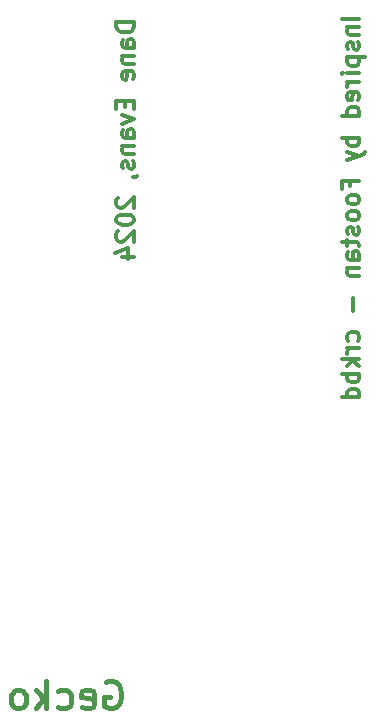
<source format=gbr>
%TF.GenerationSoftware,KiCad,Pcbnew,8.0.3*%
%TF.CreationDate,2024-09-02T20:30:28+10:00*%
%TF.ProjectId,Top_plate,546f705f-706c-4617-9465-2e6b69636164,rev?*%
%TF.SameCoordinates,Original*%
%TF.FileFunction,Legend,Bot*%
%TF.FilePolarity,Positive*%
%FSLAX46Y46*%
G04 Gerber Fmt 4.6, Leading zero omitted, Abs format (unit mm)*
G04 Created by KiCad (PCBNEW 8.0.3) date 2024-09-02 20:30:28*
%MOMM*%
%LPD*%
G01*
G04 APERTURE LIST*
%ADD10C,0.300000*%
%ADD11C,0.400000*%
G04 APERTURE END LIST*
D10*
X134640828Y-51914510D02*
X133140828Y-51914510D01*
X133140828Y-51914510D02*
X133140828Y-52271653D01*
X133140828Y-52271653D02*
X133212257Y-52485939D01*
X133212257Y-52485939D02*
X133355114Y-52628796D01*
X133355114Y-52628796D02*
X133497971Y-52700225D01*
X133497971Y-52700225D02*
X133783685Y-52771653D01*
X133783685Y-52771653D02*
X133997971Y-52771653D01*
X133997971Y-52771653D02*
X134283685Y-52700225D01*
X134283685Y-52700225D02*
X134426542Y-52628796D01*
X134426542Y-52628796D02*
X134569400Y-52485939D01*
X134569400Y-52485939D02*
X134640828Y-52271653D01*
X134640828Y-52271653D02*
X134640828Y-51914510D01*
X134640828Y-54057368D02*
X133855114Y-54057368D01*
X133855114Y-54057368D02*
X133712257Y-53985939D01*
X133712257Y-53985939D02*
X133640828Y-53843082D01*
X133640828Y-53843082D02*
X133640828Y-53557368D01*
X133640828Y-53557368D02*
X133712257Y-53414510D01*
X134569400Y-54057368D02*
X134640828Y-53914510D01*
X134640828Y-53914510D02*
X134640828Y-53557368D01*
X134640828Y-53557368D02*
X134569400Y-53414510D01*
X134569400Y-53414510D02*
X134426542Y-53343082D01*
X134426542Y-53343082D02*
X134283685Y-53343082D01*
X134283685Y-53343082D02*
X134140828Y-53414510D01*
X134140828Y-53414510D02*
X134069400Y-53557368D01*
X134069400Y-53557368D02*
X134069400Y-53914510D01*
X134069400Y-53914510D02*
X133997971Y-54057368D01*
X133640828Y-54771653D02*
X134640828Y-54771653D01*
X133783685Y-54771653D02*
X133712257Y-54843082D01*
X133712257Y-54843082D02*
X133640828Y-54985939D01*
X133640828Y-54985939D02*
X133640828Y-55200225D01*
X133640828Y-55200225D02*
X133712257Y-55343082D01*
X133712257Y-55343082D02*
X133855114Y-55414511D01*
X133855114Y-55414511D02*
X134640828Y-55414511D01*
X134569400Y-56700225D02*
X134640828Y-56557368D01*
X134640828Y-56557368D02*
X134640828Y-56271654D01*
X134640828Y-56271654D02*
X134569400Y-56128796D01*
X134569400Y-56128796D02*
X134426542Y-56057368D01*
X134426542Y-56057368D02*
X133855114Y-56057368D01*
X133855114Y-56057368D02*
X133712257Y-56128796D01*
X133712257Y-56128796D02*
X133640828Y-56271654D01*
X133640828Y-56271654D02*
X133640828Y-56557368D01*
X133640828Y-56557368D02*
X133712257Y-56700225D01*
X133712257Y-56700225D02*
X133855114Y-56771654D01*
X133855114Y-56771654D02*
X133997971Y-56771654D01*
X133997971Y-56771654D02*
X134140828Y-56057368D01*
X133855114Y-58557367D02*
X133855114Y-59057367D01*
X134640828Y-59271653D02*
X134640828Y-58557367D01*
X134640828Y-58557367D02*
X133140828Y-58557367D01*
X133140828Y-58557367D02*
X133140828Y-59271653D01*
X133640828Y-59771653D02*
X134640828Y-60128796D01*
X134640828Y-60128796D02*
X133640828Y-60485939D01*
X134640828Y-61700225D02*
X133855114Y-61700225D01*
X133855114Y-61700225D02*
X133712257Y-61628796D01*
X133712257Y-61628796D02*
X133640828Y-61485939D01*
X133640828Y-61485939D02*
X133640828Y-61200225D01*
X133640828Y-61200225D02*
X133712257Y-61057367D01*
X134569400Y-61700225D02*
X134640828Y-61557367D01*
X134640828Y-61557367D02*
X134640828Y-61200225D01*
X134640828Y-61200225D02*
X134569400Y-61057367D01*
X134569400Y-61057367D02*
X134426542Y-60985939D01*
X134426542Y-60985939D02*
X134283685Y-60985939D01*
X134283685Y-60985939D02*
X134140828Y-61057367D01*
X134140828Y-61057367D02*
X134069400Y-61200225D01*
X134069400Y-61200225D02*
X134069400Y-61557367D01*
X134069400Y-61557367D02*
X133997971Y-61700225D01*
X133640828Y-62414510D02*
X134640828Y-62414510D01*
X133783685Y-62414510D02*
X133712257Y-62485939D01*
X133712257Y-62485939D02*
X133640828Y-62628796D01*
X133640828Y-62628796D02*
X133640828Y-62843082D01*
X133640828Y-62843082D02*
X133712257Y-62985939D01*
X133712257Y-62985939D02*
X133855114Y-63057368D01*
X133855114Y-63057368D02*
X134640828Y-63057368D01*
X134569400Y-63700225D02*
X134640828Y-63843082D01*
X134640828Y-63843082D02*
X134640828Y-64128796D01*
X134640828Y-64128796D02*
X134569400Y-64271653D01*
X134569400Y-64271653D02*
X134426542Y-64343082D01*
X134426542Y-64343082D02*
X134355114Y-64343082D01*
X134355114Y-64343082D02*
X134212257Y-64271653D01*
X134212257Y-64271653D02*
X134140828Y-64128796D01*
X134140828Y-64128796D02*
X134140828Y-63914511D01*
X134140828Y-63914511D02*
X134069400Y-63771653D01*
X134069400Y-63771653D02*
X133926542Y-63700225D01*
X133926542Y-63700225D02*
X133855114Y-63700225D01*
X133855114Y-63700225D02*
X133712257Y-63771653D01*
X133712257Y-63771653D02*
X133640828Y-63914511D01*
X133640828Y-63914511D02*
X133640828Y-64128796D01*
X133640828Y-64128796D02*
X133712257Y-64271653D01*
X134569400Y-65057368D02*
X134640828Y-65057368D01*
X134640828Y-65057368D02*
X134783685Y-64985939D01*
X134783685Y-64985939D02*
X134855114Y-64914511D01*
X133283685Y-66771654D02*
X133212257Y-66843082D01*
X133212257Y-66843082D02*
X133140828Y-66985940D01*
X133140828Y-66985940D02*
X133140828Y-67343082D01*
X133140828Y-67343082D02*
X133212257Y-67485940D01*
X133212257Y-67485940D02*
X133283685Y-67557368D01*
X133283685Y-67557368D02*
X133426542Y-67628797D01*
X133426542Y-67628797D02*
X133569400Y-67628797D01*
X133569400Y-67628797D02*
X133783685Y-67557368D01*
X133783685Y-67557368D02*
X134640828Y-66700225D01*
X134640828Y-66700225D02*
X134640828Y-67628797D01*
X133140828Y-68557368D02*
X133140828Y-68700225D01*
X133140828Y-68700225D02*
X133212257Y-68843082D01*
X133212257Y-68843082D02*
X133283685Y-68914511D01*
X133283685Y-68914511D02*
X133426542Y-68985939D01*
X133426542Y-68985939D02*
X133712257Y-69057368D01*
X133712257Y-69057368D02*
X134069400Y-69057368D01*
X134069400Y-69057368D02*
X134355114Y-68985939D01*
X134355114Y-68985939D02*
X134497971Y-68914511D01*
X134497971Y-68914511D02*
X134569400Y-68843082D01*
X134569400Y-68843082D02*
X134640828Y-68700225D01*
X134640828Y-68700225D02*
X134640828Y-68557368D01*
X134640828Y-68557368D02*
X134569400Y-68414511D01*
X134569400Y-68414511D02*
X134497971Y-68343082D01*
X134497971Y-68343082D02*
X134355114Y-68271653D01*
X134355114Y-68271653D02*
X134069400Y-68200225D01*
X134069400Y-68200225D02*
X133712257Y-68200225D01*
X133712257Y-68200225D02*
X133426542Y-68271653D01*
X133426542Y-68271653D02*
X133283685Y-68343082D01*
X133283685Y-68343082D02*
X133212257Y-68414511D01*
X133212257Y-68414511D02*
X133140828Y-68557368D01*
X133283685Y-69628796D02*
X133212257Y-69700224D01*
X133212257Y-69700224D02*
X133140828Y-69843082D01*
X133140828Y-69843082D02*
X133140828Y-70200224D01*
X133140828Y-70200224D02*
X133212257Y-70343082D01*
X133212257Y-70343082D02*
X133283685Y-70414510D01*
X133283685Y-70414510D02*
X133426542Y-70485939D01*
X133426542Y-70485939D02*
X133569400Y-70485939D01*
X133569400Y-70485939D02*
X133783685Y-70414510D01*
X133783685Y-70414510D02*
X134640828Y-69557367D01*
X134640828Y-69557367D02*
X134640828Y-70485939D01*
X133640828Y-71771653D02*
X134640828Y-71771653D01*
X133069400Y-71414510D02*
X134140828Y-71057367D01*
X134140828Y-71057367D02*
X134140828Y-71985938D01*
D11*
X132244462Y-107807247D02*
X132463509Y-107697723D01*
X132463509Y-107697723D02*
X132792081Y-107697723D01*
X132792081Y-107697723D02*
X133120652Y-107807247D01*
X133120652Y-107807247D02*
X133339700Y-108026295D01*
X133339700Y-108026295D02*
X133449223Y-108245342D01*
X133449223Y-108245342D02*
X133558747Y-108683438D01*
X133558747Y-108683438D02*
X133558747Y-109012009D01*
X133558747Y-109012009D02*
X133449223Y-109450104D01*
X133449223Y-109450104D02*
X133339700Y-109669152D01*
X133339700Y-109669152D02*
X133120652Y-109888200D01*
X133120652Y-109888200D02*
X132792081Y-109997723D01*
X132792081Y-109997723D02*
X132573033Y-109997723D01*
X132573033Y-109997723D02*
X132244462Y-109888200D01*
X132244462Y-109888200D02*
X132134938Y-109778676D01*
X132134938Y-109778676D02*
X132134938Y-109012009D01*
X132134938Y-109012009D02*
X132573033Y-109012009D01*
X130273033Y-109888200D02*
X130492081Y-109997723D01*
X130492081Y-109997723D02*
X130930176Y-109997723D01*
X130930176Y-109997723D02*
X131149223Y-109888200D01*
X131149223Y-109888200D02*
X131258747Y-109669152D01*
X131258747Y-109669152D02*
X131258747Y-108792961D01*
X131258747Y-108792961D02*
X131149223Y-108573914D01*
X131149223Y-108573914D02*
X130930176Y-108464390D01*
X130930176Y-108464390D02*
X130492081Y-108464390D01*
X130492081Y-108464390D02*
X130273033Y-108573914D01*
X130273033Y-108573914D02*
X130163509Y-108792961D01*
X130163509Y-108792961D02*
X130163509Y-109012009D01*
X130163509Y-109012009D02*
X131258747Y-109231057D01*
X128192080Y-109888200D02*
X128411128Y-109997723D01*
X128411128Y-109997723D02*
X128849223Y-109997723D01*
X128849223Y-109997723D02*
X129068271Y-109888200D01*
X129068271Y-109888200D02*
X129177794Y-109778676D01*
X129177794Y-109778676D02*
X129287318Y-109559628D01*
X129287318Y-109559628D02*
X129287318Y-108902485D01*
X129287318Y-108902485D02*
X129177794Y-108683438D01*
X129177794Y-108683438D02*
X129068271Y-108573914D01*
X129068271Y-108573914D02*
X128849223Y-108464390D01*
X128849223Y-108464390D02*
X128411128Y-108464390D01*
X128411128Y-108464390D02*
X128192080Y-108573914D01*
X127206365Y-109997723D02*
X127206365Y-107697723D01*
X126987318Y-109121533D02*
X126330175Y-109997723D01*
X126330175Y-108464390D02*
X127206365Y-109340580D01*
X125015889Y-109997723D02*
X125234937Y-109888200D01*
X125234937Y-109888200D02*
X125344460Y-109778676D01*
X125344460Y-109778676D02*
X125453984Y-109559628D01*
X125453984Y-109559628D02*
X125453984Y-108902485D01*
X125453984Y-108902485D02*
X125344460Y-108683438D01*
X125344460Y-108683438D02*
X125234937Y-108573914D01*
X125234937Y-108573914D02*
X125015889Y-108464390D01*
X125015889Y-108464390D02*
X124687318Y-108464390D01*
X124687318Y-108464390D02*
X124468270Y-108573914D01*
X124468270Y-108573914D02*
X124358746Y-108683438D01*
X124358746Y-108683438D02*
X124249222Y-108902485D01*
X124249222Y-108902485D02*
X124249222Y-109559628D01*
X124249222Y-109559628D02*
X124358746Y-109778676D01*
X124358746Y-109778676D02*
X124468270Y-109888200D01*
X124468270Y-109888200D02*
X124687318Y-109997723D01*
X124687318Y-109997723D02*
X125015889Y-109997723D01*
D10*
X153710828Y-51604510D02*
X152210828Y-51604510D01*
X152710828Y-52318796D02*
X153710828Y-52318796D01*
X152853685Y-52318796D02*
X152782257Y-52390225D01*
X152782257Y-52390225D02*
X152710828Y-52533082D01*
X152710828Y-52533082D02*
X152710828Y-52747368D01*
X152710828Y-52747368D02*
X152782257Y-52890225D01*
X152782257Y-52890225D02*
X152925114Y-52961654D01*
X152925114Y-52961654D02*
X153710828Y-52961654D01*
X153639400Y-53604511D02*
X153710828Y-53747368D01*
X153710828Y-53747368D02*
X153710828Y-54033082D01*
X153710828Y-54033082D02*
X153639400Y-54175939D01*
X153639400Y-54175939D02*
X153496542Y-54247368D01*
X153496542Y-54247368D02*
X153425114Y-54247368D01*
X153425114Y-54247368D02*
X153282257Y-54175939D01*
X153282257Y-54175939D02*
X153210828Y-54033082D01*
X153210828Y-54033082D02*
X153210828Y-53818797D01*
X153210828Y-53818797D02*
X153139400Y-53675939D01*
X153139400Y-53675939D02*
X152996542Y-53604511D01*
X152996542Y-53604511D02*
X152925114Y-53604511D01*
X152925114Y-53604511D02*
X152782257Y-53675939D01*
X152782257Y-53675939D02*
X152710828Y-53818797D01*
X152710828Y-53818797D02*
X152710828Y-54033082D01*
X152710828Y-54033082D02*
X152782257Y-54175939D01*
X152710828Y-54890225D02*
X154210828Y-54890225D01*
X152782257Y-54890225D02*
X152710828Y-55033083D01*
X152710828Y-55033083D02*
X152710828Y-55318797D01*
X152710828Y-55318797D02*
X152782257Y-55461654D01*
X152782257Y-55461654D02*
X152853685Y-55533083D01*
X152853685Y-55533083D02*
X152996542Y-55604511D01*
X152996542Y-55604511D02*
X153425114Y-55604511D01*
X153425114Y-55604511D02*
X153567971Y-55533083D01*
X153567971Y-55533083D02*
X153639400Y-55461654D01*
X153639400Y-55461654D02*
X153710828Y-55318797D01*
X153710828Y-55318797D02*
X153710828Y-55033083D01*
X153710828Y-55033083D02*
X153639400Y-54890225D01*
X153710828Y-56247368D02*
X152710828Y-56247368D01*
X152210828Y-56247368D02*
X152282257Y-56175940D01*
X152282257Y-56175940D02*
X152353685Y-56247368D01*
X152353685Y-56247368D02*
X152282257Y-56318797D01*
X152282257Y-56318797D02*
X152210828Y-56247368D01*
X152210828Y-56247368D02*
X152353685Y-56247368D01*
X153710828Y-56961654D02*
X152710828Y-56961654D01*
X152996542Y-56961654D02*
X152853685Y-57033083D01*
X152853685Y-57033083D02*
X152782257Y-57104512D01*
X152782257Y-57104512D02*
X152710828Y-57247369D01*
X152710828Y-57247369D02*
X152710828Y-57390226D01*
X153639400Y-58461654D02*
X153710828Y-58318797D01*
X153710828Y-58318797D02*
X153710828Y-58033083D01*
X153710828Y-58033083D02*
X153639400Y-57890225D01*
X153639400Y-57890225D02*
X153496542Y-57818797D01*
X153496542Y-57818797D02*
X152925114Y-57818797D01*
X152925114Y-57818797D02*
X152782257Y-57890225D01*
X152782257Y-57890225D02*
X152710828Y-58033083D01*
X152710828Y-58033083D02*
X152710828Y-58318797D01*
X152710828Y-58318797D02*
X152782257Y-58461654D01*
X152782257Y-58461654D02*
X152925114Y-58533083D01*
X152925114Y-58533083D02*
X153067971Y-58533083D01*
X153067971Y-58533083D02*
X153210828Y-57818797D01*
X153710828Y-59818797D02*
X152210828Y-59818797D01*
X153639400Y-59818797D02*
X153710828Y-59675939D01*
X153710828Y-59675939D02*
X153710828Y-59390225D01*
X153710828Y-59390225D02*
X153639400Y-59247368D01*
X153639400Y-59247368D02*
X153567971Y-59175939D01*
X153567971Y-59175939D02*
X153425114Y-59104511D01*
X153425114Y-59104511D02*
X152996542Y-59104511D01*
X152996542Y-59104511D02*
X152853685Y-59175939D01*
X152853685Y-59175939D02*
X152782257Y-59247368D01*
X152782257Y-59247368D02*
X152710828Y-59390225D01*
X152710828Y-59390225D02*
X152710828Y-59675939D01*
X152710828Y-59675939D02*
X152782257Y-59818797D01*
X153710828Y-61675939D02*
X152210828Y-61675939D01*
X152782257Y-61675939D02*
X152710828Y-61818797D01*
X152710828Y-61818797D02*
X152710828Y-62104511D01*
X152710828Y-62104511D02*
X152782257Y-62247368D01*
X152782257Y-62247368D02*
X152853685Y-62318797D01*
X152853685Y-62318797D02*
X152996542Y-62390225D01*
X152996542Y-62390225D02*
X153425114Y-62390225D01*
X153425114Y-62390225D02*
X153567971Y-62318797D01*
X153567971Y-62318797D02*
X153639400Y-62247368D01*
X153639400Y-62247368D02*
X153710828Y-62104511D01*
X153710828Y-62104511D02*
X153710828Y-61818797D01*
X153710828Y-61818797D02*
X153639400Y-61675939D01*
X152710828Y-62890225D02*
X153710828Y-63247368D01*
X152710828Y-63604511D02*
X153710828Y-63247368D01*
X153710828Y-63247368D02*
X154067971Y-63104511D01*
X154067971Y-63104511D02*
X154139400Y-63033082D01*
X154139400Y-63033082D02*
X154210828Y-62890225D01*
X152925114Y-65818796D02*
X152925114Y-65318796D01*
X153710828Y-65318796D02*
X152210828Y-65318796D01*
X152210828Y-65318796D02*
X152210828Y-66033082D01*
X153710828Y-66818796D02*
X153639400Y-66675939D01*
X153639400Y-66675939D02*
X153567971Y-66604510D01*
X153567971Y-66604510D02*
X153425114Y-66533082D01*
X153425114Y-66533082D02*
X152996542Y-66533082D01*
X152996542Y-66533082D02*
X152853685Y-66604510D01*
X152853685Y-66604510D02*
X152782257Y-66675939D01*
X152782257Y-66675939D02*
X152710828Y-66818796D01*
X152710828Y-66818796D02*
X152710828Y-67033082D01*
X152710828Y-67033082D02*
X152782257Y-67175939D01*
X152782257Y-67175939D02*
X152853685Y-67247368D01*
X152853685Y-67247368D02*
X152996542Y-67318796D01*
X152996542Y-67318796D02*
X153425114Y-67318796D01*
X153425114Y-67318796D02*
X153567971Y-67247368D01*
X153567971Y-67247368D02*
X153639400Y-67175939D01*
X153639400Y-67175939D02*
X153710828Y-67033082D01*
X153710828Y-67033082D02*
X153710828Y-66818796D01*
X153710828Y-68175939D02*
X153639400Y-68033082D01*
X153639400Y-68033082D02*
X153567971Y-67961653D01*
X153567971Y-67961653D02*
X153425114Y-67890225D01*
X153425114Y-67890225D02*
X152996542Y-67890225D01*
X152996542Y-67890225D02*
X152853685Y-67961653D01*
X152853685Y-67961653D02*
X152782257Y-68033082D01*
X152782257Y-68033082D02*
X152710828Y-68175939D01*
X152710828Y-68175939D02*
X152710828Y-68390225D01*
X152710828Y-68390225D02*
X152782257Y-68533082D01*
X152782257Y-68533082D02*
X152853685Y-68604511D01*
X152853685Y-68604511D02*
X152996542Y-68675939D01*
X152996542Y-68675939D02*
X153425114Y-68675939D01*
X153425114Y-68675939D02*
X153567971Y-68604511D01*
X153567971Y-68604511D02*
X153639400Y-68533082D01*
X153639400Y-68533082D02*
X153710828Y-68390225D01*
X153710828Y-68390225D02*
X153710828Y-68175939D01*
X153639400Y-69247368D02*
X153710828Y-69390225D01*
X153710828Y-69390225D02*
X153710828Y-69675939D01*
X153710828Y-69675939D02*
X153639400Y-69818796D01*
X153639400Y-69818796D02*
X153496542Y-69890225D01*
X153496542Y-69890225D02*
X153425114Y-69890225D01*
X153425114Y-69890225D02*
X153282257Y-69818796D01*
X153282257Y-69818796D02*
X153210828Y-69675939D01*
X153210828Y-69675939D02*
X153210828Y-69461654D01*
X153210828Y-69461654D02*
X153139400Y-69318796D01*
X153139400Y-69318796D02*
X152996542Y-69247368D01*
X152996542Y-69247368D02*
X152925114Y-69247368D01*
X152925114Y-69247368D02*
X152782257Y-69318796D01*
X152782257Y-69318796D02*
X152710828Y-69461654D01*
X152710828Y-69461654D02*
X152710828Y-69675939D01*
X152710828Y-69675939D02*
X152782257Y-69818796D01*
X152710828Y-70318797D02*
X152710828Y-70890225D01*
X152210828Y-70533082D02*
X153496542Y-70533082D01*
X153496542Y-70533082D02*
X153639400Y-70604511D01*
X153639400Y-70604511D02*
X153710828Y-70747368D01*
X153710828Y-70747368D02*
X153710828Y-70890225D01*
X153710828Y-72033083D02*
X152925114Y-72033083D01*
X152925114Y-72033083D02*
X152782257Y-71961654D01*
X152782257Y-71961654D02*
X152710828Y-71818797D01*
X152710828Y-71818797D02*
X152710828Y-71533083D01*
X152710828Y-71533083D02*
X152782257Y-71390225D01*
X153639400Y-72033083D02*
X153710828Y-71890225D01*
X153710828Y-71890225D02*
X153710828Y-71533083D01*
X153710828Y-71533083D02*
X153639400Y-71390225D01*
X153639400Y-71390225D02*
X153496542Y-71318797D01*
X153496542Y-71318797D02*
X153353685Y-71318797D01*
X153353685Y-71318797D02*
X153210828Y-71390225D01*
X153210828Y-71390225D02*
X153139400Y-71533083D01*
X153139400Y-71533083D02*
X153139400Y-71890225D01*
X153139400Y-71890225D02*
X153067971Y-72033083D01*
X152710828Y-72747368D02*
X153710828Y-72747368D01*
X152853685Y-72747368D02*
X152782257Y-72818797D01*
X152782257Y-72818797D02*
X152710828Y-72961654D01*
X152710828Y-72961654D02*
X152710828Y-73175940D01*
X152710828Y-73175940D02*
X152782257Y-73318797D01*
X152782257Y-73318797D02*
X152925114Y-73390226D01*
X152925114Y-73390226D02*
X153710828Y-73390226D01*
X153139400Y-75247368D02*
X153139400Y-76390226D01*
X153639400Y-78890226D02*
X153710828Y-78747368D01*
X153710828Y-78747368D02*
X153710828Y-78461654D01*
X153710828Y-78461654D02*
X153639400Y-78318797D01*
X153639400Y-78318797D02*
X153567971Y-78247368D01*
X153567971Y-78247368D02*
X153425114Y-78175940D01*
X153425114Y-78175940D02*
X152996542Y-78175940D01*
X152996542Y-78175940D02*
X152853685Y-78247368D01*
X152853685Y-78247368D02*
X152782257Y-78318797D01*
X152782257Y-78318797D02*
X152710828Y-78461654D01*
X152710828Y-78461654D02*
X152710828Y-78747368D01*
X152710828Y-78747368D02*
X152782257Y-78890226D01*
X153710828Y-79533082D02*
X152710828Y-79533082D01*
X152996542Y-79533082D02*
X152853685Y-79604511D01*
X152853685Y-79604511D02*
X152782257Y-79675940D01*
X152782257Y-79675940D02*
X152710828Y-79818797D01*
X152710828Y-79818797D02*
X152710828Y-79961654D01*
X153710828Y-80461653D02*
X152210828Y-80461653D01*
X153139400Y-80604511D02*
X153710828Y-81033082D01*
X152710828Y-81033082D02*
X153282257Y-80461653D01*
X153710828Y-81675939D02*
X152210828Y-81675939D01*
X152782257Y-81675939D02*
X152710828Y-81818797D01*
X152710828Y-81818797D02*
X152710828Y-82104511D01*
X152710828Y-82104511D02*
X152782257Y-82247368D01*
X152782257Y-82247368D02*
X152853685Y-82318797D01*
X152853685Y-82318797D02*
X152996542Y-82390225D01*
X152996542Y-82390225D02*
X153425114Y-82390225D01*
X153425114Y-82390225D02*
X153567971Y-82318797D01*
X153567971Y-82318797D02*
X153639400Y-82247368D01*
X153639400Y-82247368D02*
X153710828Y-82104511D01*
X153710828Y-82104511D02*
X153710828Y-81818797D01*
X153710828Y-81818797D02*
X153639400Y-81675939D01*
X153710828Y-83675940D02*
X152210828Y-83675940D01*
X153639400Y-83675940D02*
X153710828Y-83533082D01*
X153710828Y-83533082D02*
X153710828Y-83247368D01*
X153710828Y-83247368D02*
X153639400Y-83104511D01*
X153639400Y-83104511D02*
X153567971Y-83033082D01*
X153567971Y-83033082D02*
X153425114Y-82961654D01*
X153425114Y-82961654D02*
X152996542Y-82961654D01*
X152996542Y-82961654D02*
X152853685Y-83033082D01*
X152853685Y-83033082D02*
X152782257Y-83104511D01*
X152782257Y-83104511D02*
X152710828Y-83247368D01*
X152710828Y-83247368D02*
X152710828Y-83533082D01*
X152710828Y-83533082D02*
X152782257Y-83675940D01*
M02*

</source>
